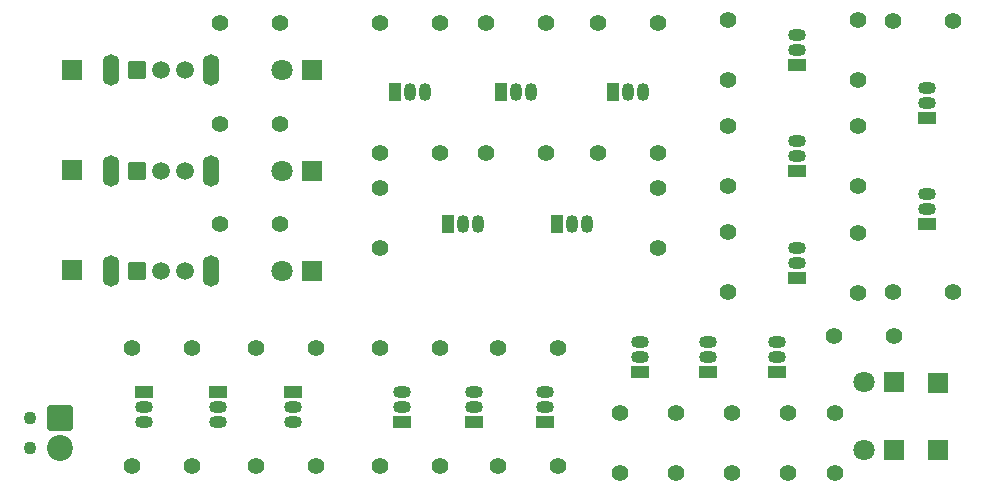
<source format=gbr>
%TF.GenerationSoftware,KiCad,Pcbnew,9.0.6*%
%TF.CreationDate,2025-12-12T18:42:13+07:00*%
%TF.ProjectId,FA_1Bit,46415f31-4269-4742-9e6b-696361645f70,0*%
%TF.SameCoordinates,Original*%
%TF.FileFunction,Soldermask,Bot*%
%TF.FilePolarity,Negative*%
%FSLAX46Y46*%
G04 Gerber Fmt 4.6, Leading zero omitted, Abs format (unit mm)*
G04 Created by KiCad (PCBNEW 9.0.6) date 2025-12-12 18:42:13*
%MOMM*%
%LPD*%
G01*
G04 APERTURE LIST*
G04 Aperture macros list*
%AMRoundRect*
0 Rectangle with rounded corners*
0 $1 Rounding radius*
0 $2 $3 $4 $5 $6 $7 $8 $9 X,Y pos of 4 corners*
0 Add a 4 corners polygon primitive as box body*
4,1,4,$2,$3,$4,$5,$6,$7,$8,$9,$2,$3,0*
0 Add four circle primitives for the rounded corners*
1,1,$1+$1,$2,$3*
1,1,$1+$1,$4,$5*
1,1,$1+$1,$6,$7*
1,1,$1+$1,$8,$9*
0 Add four rect primitives between the rounded corners*
20,1,$1+$1,$2,$3,$4,$5,0*
20,1,$1+$1,$4,$5,$6,$7,0*
20,1,$1+$1,$6,$7,$8,$9,0*
20,1,$1+$1,$8,$9,$2,$3,0*%
G04 Aperture macros list end*
%ADD10C,1.400000*%
%ADD11R,1.500000X1.050000*%
%ADD12O,1.500000X1.050000*%
%ADD13C,1.100000*%
%ADD14RoundRect,0.249999X-0.850001X0.850001X-0.850001X-0.850001X0.850001X-0.850001X0.850001X0.850001X0*%
%ADD15C,2.200000*%
%ADD16R,1.700000X1.700000*%
%ADD17R,1.800000X1.800000*%
%ADD18C,1.800000*%
%ADD19RoundRect,0.102000X-0.654000X-0.654000X0.654000X-0.654000X0.654000X0.654000X-0.654000X0.654000X0*%
%ADD20C,1.512000*%
%ADD21O,1.434000X2.664000*%
%ADD22R,1.050000X1.500000*%
%ADD23O,1.050000X1.500000*%
G04 APERTURE END LIST*
D10*
%TO.C,R31*%
X97546667Y-137500000D03*
X97546667Y-142580000D03*
%TD*%
%TO.C,R24*%
X96000000Y-123540000D03*
X96000000Y-118460000D03*
%TD*%
%TO.C,R7*%
X112955000Y-109310000D03*
X112955000Y-104230000D03*
%TD*%
%TO.C,R29*%
X111000000Y-142580000D03*
X111000000Y-137500000D03*
%TD*%
%TO.C,R32*%
X102273333Y-142580000D03*
X102273333Y-137500000D03*
%TD*%
%TO.C,R8*%
X77540000Y-132000000D03*
X72460000Y-132000000D03*
%TD*%
D11*
%TO.C,Q4*%
X86500000Y-138270000D03*
D12*
X86500000Y-137000000D03*
X86500000Y-135730000D03*
%TD*%
D11*
%TO.C,Q17*%
X94500000Y-134040000D03*
D12*
X94500000Y-132770000D03*
X94500000Y-131500000D03*
%TD*%
D10*
%TO.C,R20*%
X67040000Y-142000000D03*
X61960000Y-142000000D03*
%TD*%
D13*
%TO.C,J6*%
X42860000Y-137960000D03*
X42860000Y-140500000D03*
D14*
X45400000Y-137960000D03*
D15*
X45400000Y-140500000D03*
%TD*%
D10*
%TO.C,R25*%
X64000000Y-104500000D03*
X58920000Y-104500000D03*
%TD*%
D16*
%TO.C,J2*%
X46460000Y-116945000D03*
%TD*%
D11*
%TO.C,Q6*%
X107815000Y-108040000D03*
D12*
X107815000Y-106770000D03*
X107815000Y-105500000D03*
%TD*%
D10*
%TO.C,R6*%
X112955000Y-118310000D03*
X112955000Y-113230000D03*
%TD*%
D11*
%TO.C,Q7*%
X74360000Y-138270000D03*
D12*
X74360000Y-137000000D03*
X74360000Y-135730000D03*
%TD*%
D16*
%TO.C,J1*%
X46460000Y-108500000D03*
%TD*%
D10*
%TO.C,R23*%
X72500000Y-118460000D03*
X72500000Y-123540000D03*
%TD*%
D17*
%TO.C,D3*%
X66730000Y-125500000D03*
D18*
X64190000Y-125500000D03*
%TD*%
D10*
%TO.C,R10*%
X82460000Y-132000000D03*
X87540000Y-132000000D03*
%TD*%
D19*
%TO.C,SW2*%
X51960000Y-117000000D03*
D20*
X53960000Y-117000000D03*
X55960000Y-117000000D03*
D21*
X49760000Y-117000000D03*
X58160000Y-117000000D03*
%TD*%
D19*
%TO.C,SW1*%
X51960000Y-108500000D03*
D20*
X53960000Y-108500000D03*
X55960000Y-108500000D03*
D21*
X49760000Y-108500000D03*
X58160000Y-108500000D03*
%TD*%
D10*
%TO.C,R12*%
X115915000Y-104270000D03*
X120995000Y-104270000D03*
%TD*%
D17*
%TO.C,D2*%
X66730000Y-117000000D03*
D18*
X64190000Y-117000000D03*
%TD*%
D10*
%TO.C,R3*%
X101955000Y-109310000D03*
X101955000Y-104230000D03*
%TD*%
%TO.C,R1*%
X101955000Y-118310000D03*
X101955000Y-113230000D03*
%TD*%
D17*
%TO.C,D1*%
X66730000Y-108500000D03*
D18*
X64190000Y-108500000D03*
%TD*%
D19*
%TO.C,SW3*%
X51960000Y-125500000D03*
D20*
X53960000Y-125500000D03*
X55960000Y-125500000D03*
D21*
X49760000Y-125500000D03*
X58160000Y-125500000D03*
%TD*%
D11*
%TO.C,Q1*%
X107815000Y-117040000D03*
D12*
X107815000Y-115770000D03*
X107815000Y-114500000D03*
%TD*%
D10*
%TO.C,R11*%
X115915000Y-127270000D03*
X120995000Y-127270000D03*
%TD*%
%TO.C,R30*%
X92820000Y-137500000D03*
X92820000Y-142580000D03*
%TD*%
%TO.C,R9*%
X112955000Y-127310000D03*
X112955000Y-122230000D03*
%TD*%
%TO.C,R28*%
X110960000Y-131000000D03*
X116040000Y-131000000D03*
%TD*%
%TO.C,R18*%
X81460000Y-115500000D03*
X86540000Y-115500000D03*
%TD*%
D11*
%TO.C,Q15*%
X65140000Y-135730000D03*
D12*
X65140000Y-137000000D03*
X65140000Y-138270000D03*
%TD*%
D10*
%TO.C,R26*%
X64000000Y-113000000D03*
X58920000Y-113000000D03*
%TD*%
%TO.C,R5*%
X87540000Y-142000000D03*
X82460000Y-142000000D03*
%TD*%
%TO.C,R27*%
X64000000Y-121500000D03*
X58920000Y-121500000D03*
%TD*%
%TO.C,R4*%
X77540000Y-142000000D03*
X72460000Y-142000000D03*
%TD*%
D11*
%TO.C,Q18*%
X100290000Y-134040000D03*
D12*
X100290000Y-132770000D03*
X100290000Y-131500000D03*
%TD*%
D22*
%TO.C,Q14*%
X73730000Y-110360000D03*
D23*
X75000000Y-110360000D03*
X76270000Y-110360000D03*
%TD*%
D10*
%TO.C,R22*%
X51460000Y-142000000D03*
X56540000Y-142000000D03*
%TD*%
D11*
%TO.C,Q3*%
X80430000Y-138270000D03*
D12*
X80430000Y-137000000D03*
X80430000Y-135730000D03*
%TD*%
D11*
%TO.C,Q12*%
X52500000Y-135730000D03*
D12*
X52500000Y-137000000D03*
X52500000Y-138270000D03*
%TD*%
D22*
%TO.C,Q9*%
X92230000Y-110360000D03*
D23*
X93500000Y-110360000D03*
X94770000Y-110360000D03*
%TD*%
D11*
%TO.C,Q11*%
X58790000Y-135730000D03*
D12*
X58790000Y-137000000D03*
X58790000Y-138270000D03*
%TD*%
D10*
%TO.C,R17*%
X51460000Y-132000000D03*
X56540000Y-132000000D03*
%TD*%
%TO.C,R33*%
X107000000Y-142580000D03*
X107000000Y-137500000D03*
%TD*%
%TO.C,R14*%
X77540000Y-104500000D03*
X72460000Y-104500000D03*
%TD*%
D11*
%TO.C,Q2*%
X107815000Y-126040000D03*
D12*
X107815000Y-124770000D03*
X107815000Y-123500000D03*
%TD*%
D10*
%TO.C,R13*%
X86540000Y-104500000D03*
X81460000Y-104500000D03*
%TD*%
D11*
%TO.C,Q19*%
X106080000Y-134040000D03*
D12*
X106080000Y-132770000D03*
X106080000Y-131500000D03*
%TD*%
D16*
%TO.C,J3*%
X46460000Y-125390000D03*
%TD*%
D22*
%TO.C,Q10*%
X82730000Y-110360000D03*
D23*
X84000000Y-110360000D03*
X85270000Y-110360000D03*
%TD*%
D22*
%TO.C,Q16*%
X87460000Y-121500000D03*
D23*
X88730000Y-121500000D03*
X90000000Y-121500000D03*
%TD*%
D11*
%TO.C,Q5*%
X118815000Y-121540000D03*
D12*
X118815000Y-120270000D03*
X118815000Y-119000000D03*
%TD*%
D22*
%TO.C,Q13*%
X78230000Y-121500000D03*
D23*
X79500000Y-121500000D03*
X80770000Y-121500000D03*
%TD*%
D10*
%TO.C,R15*%
X90960000Y-104500000D03*
X96040000Y-104500000D03*
%TD*%
D16*
%TO.C,J4*%
X119730000Y-135000000D03*
%TD*%
D10*
%TO.C,R2*%
X101955000Y-122190000D03*
X101955000Y-127270000D03*
%TD*%
%TO.C,R19*%
X90960000Y-115500000D03*
X96040000Y-115500000D03*
%TD*%
D16*
%TO.C,J5*%
X119730000Y-140610000D03*
%TD*%
D11*
%TO.C,Q8*%
X118815000Y-112540000D03*
D12*
X118815000Y-111270000D03*
X118815000Y-110000000D03*
%TD*%
D10*
%TO.C,R21*%
X77540000Y-115500000D03*
X72460000Y-115500000D03*
%TD*%
D17*
%TO.C,D5*%
X116000000Y-140610000D03*
D18*
X113460000Y-140610000D03*
%TD*%
D17*
%TO.C,D4*%
X116000000Y-134890000D03*
D18*
X113460000Y-134890000D03*
%TD*%
D10*
%TO.C,R16*%
X61960000Y-132000000D03*
X67040000Y-132000000D03*
%TD*%
M02*

</source>
